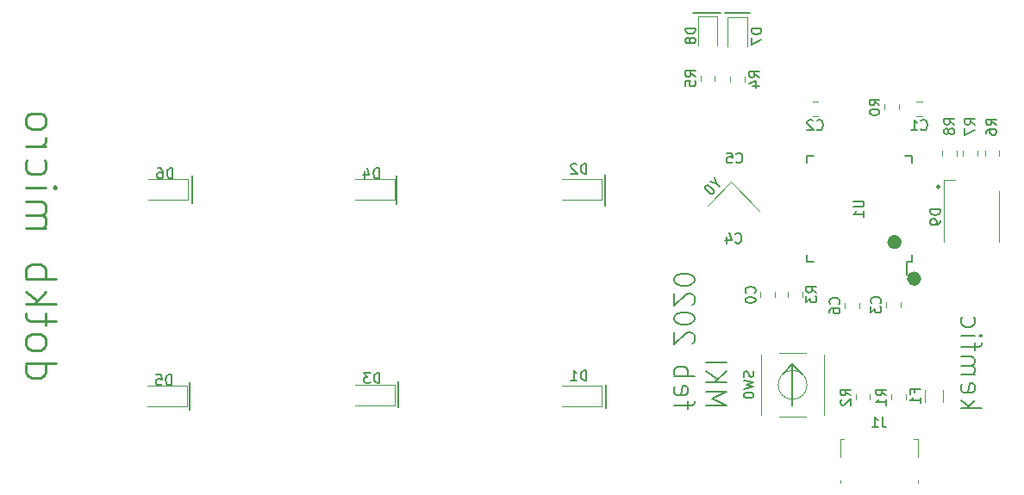
<source format=gbr>
G04 #@! TF.GenerationSoftware,KiCad,Pcbnew,5.1.5-52549c5~84~ubuntu18.04.1*
G04 #@! TF.CreationDate,2020-02-23T16:11:41-08:00*
G04 #@! TF.ProjectId,dotkb_micro,646f746b-625f-46d6-9963-726f2e6b6963,rev?*
G04 #@! TF.SameCoordinates,Original*
G04 #@! TF.FileFunction,Legend,Bot*
G04 #@! TF.FilePolarity,Positive*
%FSLAX46Y46*%
G04 Gerber Fmt 4.6, Leading zero omitted, Abs format (unit mm)*
G04 Created by KiCad (PCBNEW 5.1.5-52549c5~84~ubuntu18.04.1) date 2020-02-23 16:11:41*
%MOMM*%
%LPD*%
G04 APERTURE LIST*
%ADD10C,0.250000*%
%ADD11C,0.150000*%
%ADD12C,1.000000*%
%ADD13C,0.120000*%
G04 APERTURE END LIST*
D10*
X57418457Y-104568300D02*
X60418457Y-104568300D01*
X57561314Y-104568300D02*
X57418457Y-104854014D01*
X57418457Y-105425442D01*
X57561314Y-105711157D01*
X57704171Y-105854014D01*
X57989885Y-105996871D01*
X58847028Y-105996871D01*
X59132742Y-105854014D01*
X59275600Y-105711157D01*
X59418457Y-105425442D01*
X59418457Y-104854014D01*
X59275600Y-104568300D01*
X57418457Y-102711157D02*
X57561314Y-102996871D01*
X57704171Y-103139728D01*
X57989885Y-103282585D01*
X58847028Y-103282585D01*
X59132742Y-103139728D01*
X59275600Y-102996871D01*
X59418457Y-102711157D01*
X59418457Y-102282585D01*
X59275600Y-101996871D01*
X59132742Y-101854014D01*
X58847028Y-101711157D01*
X57989885Y-101711157D01*
X57704171Y-101854014D01*
X57561314Y-101996871D01*
X57418457Y-102282585D01*
X57418457Y-102711157D01*
X59418457Y-100854014D02*
X59418457Y-99711157D01*
X60418457Y-100425442D02*
X57847028Y-100425442D01*
X57561314Y-100282585D01*
X57418457Y-99996871D01*
X57418457Y-99711157D01*
X57418457Y-98711157D02*
X60418457Y-98711157D01*
X58561314Y-98425442D02*
X57418457Y-97568300D01*
X59418457Y-97568300D02*
X58275600Y-98711157D01*
X57418457Y-96282585D02*
X60418457Y-96282585D01*
X59275600Y-96282585D02*
X59418457Y-95996871D01*
X59418457Y-95425442D01*
X59275600Y-95139728D01*
X59132742Y-94996871D01*
X58847028Y-94854014D01*
X57989885Y-94854014D01*
X57704171Y-94996871D01*
X57561314Y-95139728D01*
X57418457Y-95425442D01*
X57418457Y-95996871D01*
X57561314Y-96282585D01*
X57418457Y-91282585D02*
X59418457Y-91282585D01*
X59132742Y-91282585D02*
X59275600Y-91139728D01*
X59418457Y-90854014D01*
X59418457Y-90425442D01*
X59275600Y-90139728D01*
X58989885Y-89996871D01*
X57418457Y-89996871D01*
X58989885Y-89996871D02*
X59275600Y-89854014D01*
X59418457Y-89568300D01*
X59418457Y-89139728D01*
X59275600Y-88854014D01*
X58989885Y-88711157D01*
X57418457Y-88711157D01*
X57418457Y-87282585D02*
X59418457Y-87282585D01*
X60418457Y-87282585D02*
X60275600Y-87425442D01*
X60132742Y-87282585D01*
X60275600Y-87139728D01*
X60418457Y-87282585D01*
X60132742Y-87282585D01*
X57561314Y-84568300D02*
X57418457Y-84854014D01*
X57418457Y-85425442D01*
X57561314Y-85711157D01*
X57704171Y-85854014D01*
X57989885Y-85996871D01*
X58847028Y-85996871D01*
X59132742Y-85854014D01*
X59275600Y-85711157D01*
X59418457Y-85425442D01*
X59418457Y-84854014D01*
X59275600Y-84568300D01*
X57418457Y-83282585D02*
X59418457Y-83282585D01*
X58847028Y-83282585D02*
X59132742Y-83139728D01*
X59275600Y-82996871D01*
X59418457Y-82711157D01*
X59418457Y-82425442D01*
X57418457Y-80996871D02*
X57561314Y-81282585D01*
X57704171Y-81425442D01*
X57989885Y-81568300D01*
X58847028Y-81568300D01*
X59132742Y-81425442D01*
X59275600Y-81282585D01*
X59418457Y-80996871D01*
X59418457Y-80568300D01*
X59275600Y-80282585D01*
X59132742Y-80139728D01*
X58847028Y-79996871D01*
X57989885Y-79996871D01*
X57704171Y-80139728D01*
X57561314Y-80282585D01*
X57418457Y-80568300D01*
X57418457Y-80996871D01*
D11*
X124266638Y-108747909D02*
X126266638Y-108747909D01*
X124838066Y-108081242D01*
X126266638Y-107414576D01*
X124266638Y-107414576D01*
X124266638Y-106462195D02*
X126266638Y-106462195D01*
X124266638Y-105319338D02*
X125409495Y-106176480D01*
X126266638Y-105319338D02*
X125123780Y-106462195D01*
X124266638Y-104462195D02*
X126266638Y-104462195D01*
X122449971Y-109033623D02*
X122449971Y-108271719D01*
X121116638Y-108747909D02*
X122830923Y-108747909D01*
X123021400Y-108652671D01*
X123116638Y-108462195D01*
X123116638Y-108271719D01*
X121211876Y-106843147D02*
X121116638Y-107033623D01*
X121116638Y-107414576D01*
X121211876Y-107605052D01*
X121402352Y-107700290D01*
X122164257Y-107700290D01*
X122354733Y-107605052D01*
X122449971Y-107414576D01*
X122449971Y-107033623D01*
X122354733Y-106843147D01*
X122164257Y-106747909D01*
X121973780Y-106747909D01*
X121783304Y-107700290D01*
X121116638Y-105890766D02*
X123116638Y-105890766D01*
X122354733Y-105890766D02*
X122449971Y-105700290D01*
X122449971Y-105319338D01*
X122354733Y-105128861D01*
X122259495Y-105033623D01*
X122069019Y-104938385D01*
X121497590Y-104938385D01*
X121307114Y-105033623D01*
X121211876Y-105128861D01*
X121116638Y-105319338D01*
X121116638Y-105700290D01*
X121211876Y-105890766D01*
X122926161Y-102652671D02*
X123021400Y-102557433D01*
X123116638Y-102366957D01*
X123116638Y-101890766D01*
X123021400Y-101700290D01*
X122926161Y-101605052D01*
X122735685Y-101509814D01*
X122545209Y-101509814D01*
X122259495Y-101605052D01*
X121116638Y-102747909D01*
X121116638Y-101509814D01*
X123116638Y-100271719D02*
X123116638Y-100081242D01*
X123021400Y-99890766D01*
X122926161Y-99795528D01*
X122735685Y-99700290D01*
X122354733Y-99605052D01*
X121878542Y-99605052D01*
X121497590Y-99700290D01*
X121307114Y-99795528D01*
X121211876Y-99890766D01*
X121116638Y-100081242D01*
X121116638Y-100271719D01*
X121211876Y-100462195D01*
X121307114Y-100557433D01*
X121497590Y-100652671D01*
X121878542Y-100747909D01*
X122354733Y-100747909D01*
X122735685Y-100652671D01*
X122926161Y-100557433D01*
X123021400Y-100462195D01*
X123116638Y-100271719D01*
X122926161Y-98843147D02*
X123021400Y-98747909D01*
X123116638Y-98557433D01*
X123116638Y-98081242D01*
X123021400Y-97890766D01*
X122926161Y-97795528D01*
X122735685Y-97700290D01*
X122545209Y-97700290D01*
X122259495Y-97795528D01*
X121116638Y-98938385D01*
X121116638Y-97700290D01*
X123116638Y-96462195D02*
X123116638Y-96271719D01*
X123021400Y-96081242D01*
X122926161Y-95986004D01*
X122735685Y-95890766D01*
X122354733Y-95795528D01*
X121878542Y-95795528D01*
X121497590Y-95890766D01*
X121307114Y-95986004D01*
X121211876Y-96081242D01*
X121116638Y-96271719D01*
X121116638Y-96462195D01*
X121211876Y-96652671D01*
X121307114Y-96747909D01*
X121497590Y-96843147D01*
X121878542Y-96938385D01*
X122354733Y-96938385D01*
X122735685Y-96843147D01*
X122926161Y-96747909D01*
X123021400Y-96652671D01*
X123116638Y-96462195D01*
X149310838Y-108998833D02*
X151310838Y-108998833D01*
X150072742Y-108808357D02*
X149310838Y-108236928D01*
X150644171Y-108236928D02*
X149882266Y-108998833D01*
X149406076Y-106617880D02*
X149310838Y-106808357D01*
X149310838Y-107189309D01*
X149406076Y-107379785D01*
X149596552Y-107475023D01*
X150358457Y-107475023D01*
X150548933Y-107379785D01*
X150644171Y-107189309D01*
X150644171Y-106808357D01*
X150548933Y-106617880D01*
X150358457Y-106522642D01*
X150167980Y-106522642D01*
X149977504Y-107475023D01*
X149310838Y-105665500D02*
X150644171Y-105665500D01*
X150453695Y-105665500D02*
X150548933Y-105570261D01*
X150644171Y-105379785D01*
X150644171Y-105094071D01*
X150548933Y-104903595D01*
X150358457Y-104808357D01*
X149310838Y-104808357D01*
X150358457Y-104808357D02*
X150548933Y-104713119D01*
X150644171Y-104522642D01*
X150644171Y-104236928D01*
X150548933Y-104046452D01*
X150358457Y-103951214D01*
X149310838Y-103951214D01*
X150644171Y-103284547D02*
X150644171Y-102522642D01*
X149310838Y-102998833D02*
X151025123Y-102998833D01*
X151215600Y-102903595D01*
X151310838Y-102713119D01*
X151310838Y-102522642D01*
X149310838Y-101855976D02*
X150644171Y-101855976D01*
X151310838Y-101855976D02*
X151215600Y-101951214D01*
X151120361Y-101855976D01*
X151215600Y-101760738D01*
X151310838Y-101855976D01*
X151120361Y-101855976D01*
X149406076Y-100046452D02*
X149310838Y-100236928D01*
X149310838Y-100617880D01*
X149406076Y-100808357D01*
X149501314Y-100903595D01*
X149691790Y-100998833D01*
X150263219Y-100998833D01*
X150453695Y-100903595D01*
X150548933Y-100808357D01*
X150644171Y-100617880D01*
X150644171Y-100236928D01*
X150548933Y-100046452D01*
X132740400Y-104698800D02*
X131826000Y-105613200D01*
X132740400Y-104698800D02*
X133756400Y-105714800D01*
X132740400Y-108712000D02*
X132740400Y-104698800D01*
X126085600Y-70104000D02*
X128574800Y-70104000D01*
X122986800Y-70104000D02*
X125679200Y-70104000D01*
X114300000Y-86055200D02*
X114300000Y-89052400D01*
X93878400Y-86156800D02*
X93878400Y-88950800D01*
X73812400Y-86106000D02*
X73812400Y-88849200D01*
X73507600Y-106426000D02*
X73507600Y-109118400D01*
X93980000Y-106375200D02*
X93980000Y-108864400D01*
X114401600Y-106680000D02*
X114401600Y-108966000D01*
X147226644Y-87223600D02*
G75*
G03X147226644Y-87223600I-160644J0D01*
G01*
D12*
X142951200Y-92659200D02*
G75*
G03X142951200Y-92659200I-200000J0D01*
G01*
X144878400Y-96266000D02*
G75*
G03X144878400Y-96266000I-200000J0D01*
G01*
D13*
X140359200Y-107668322D02*
X140359200Y-108185478D01*
X138939200Y-107668322D02*
X138939200Y-108185478D01*
X143864400Y-107668322D02*
X143864400Y-108185478D01*
X142444400Y-107668322D02*
X142444400Y-108185478D01*
X147617200Y-86582400D02*
X147617200Y-92682400D01*
X148717200Y-86582400D02*
X147617200Y-86582400D01*
X153017200Y-92682400D02*
X153017200Y-87682400D01*
X147422800Y-84207878D02*
X147422800Y-83690722D01*
X148842800Y-84207878D02*
X148842800Y-83690722D01*
X149505600Y-84207878D02*
X149505600Y-83690722D01*
X150925600Y-84207878D02*
X150925600Y-83690722D01*
X151639200Y-84207878D02*
X151639200Y-83690722D01*
X153059200Y-84207878D02*
X153059200Y-83690722D01*
X125119200Y-76320122D02*
X125119200Y-76837278D01*
X123699200Y-76320122D02*
X123699200Y-76837278D01*
X128065600Y-76370922D02*
X128065600Y-76888078D01*
X126645600Y-76370922D02*
X126645600Y-76888078D01*
X125369200Y-70488200D02*
X125369200Y-73348200D01*
X123449200Y-70488200D02*
X125369200Y-70488200D01*
X123449200Y-73348200D02*
X123449200Y-70488200D01*
X128315600Y-70539000D02*
X128315600Y-73399000D01*
X126395600Y-70539000D02*
X128315600Y-70539000D01*
X126395600Y-73399000D02*
X126395600Y-70539000D01*
X131024700Y-97592622D02*
X131024700Y-98109778D01*
X129604700Y-97592622D02*
X129604700Y-98109778D01*
X144938222Y-80262800D02*
X145455378Y-80262800D01*
X144938222Y-78842800D02*
X145455378Y-78842800D01*
X134706622Y-80262800D02*
X135223778Y-80262800D01*
X134706622Y-78842800D02*
X135223778Y-78842800D01*
X141923700Y-98583222D02*
X141923700Y-99100378D01*
X143343700Y-98583222D02*
X143343700Y-99100378D01*
X139279700Y-98661722D02*
X139279700Y-99178878D01*
X137859700Y-98661722D02*
X137859700Y-99178878D01*
X114010000Y-106823000D02*
X110110000Y-106823000D01*
X114010000Y-108823000D02*
X110110000Y-108823000D01*
X114010000Y-106823000D02*
X114010000Y-108823000D01*
X114009000Y-86503000D02*
X114009000Y-88503000D01*
X114009000Y-88503000D02*
X110109000Y-88503000D01*
X114009000Y-86503000D02*
X110109000Y-86503000D01*
X93690000Y-106696000D02*
X93690000Y-108696000D01*
X93690000Y-108696000D02*
X89790000Y-108696000D01*
X93690000Y-106696000D02*
X89790000Y-106696000D01*
X93689000Y-86503000D02*
X89789000Y-86503000D01*
X93689000Y-88503000D02*
X89789000Y-88503000D01*
X93689000Y-86503000D02*
X93689000Y-88503000D01*
X73244000Y-106823000D02*
X73244000Y-108823000D01*
X73244000Y-108823000D02*
X69344000Y-108823000D01*
X73244000Y-106823000D02*
X69344000Y-106823000D01*
X73371000Y-86503000D02*
X69471000Y-86503000D01*
X73371000Y-88503000D02*
X69471000Y-88503000D01*
X73371000Y-86503000D02*
X73371000Y-88503000D01*
X145736900Y-107192536D02*
X145736900Y-108396664D01*
X147556900Y-107192536D02*
X147556900Y-108396664D01*
X137419700Y-112012300D02*
X137799700Y-112012300D01*
X137419700Y-116062300D02*
X137419700Y-116322300D01*
X137419700Y-112012300D02*
X137419700Y-113782300D01*
X145039700Y-112012300D02*
X144659700Y-112012300D01*
X145039700Y-113782300D02*
X145039700Y-112012300D01*
X145039700Y-116322300D02*
X145039700Y-116062300D01*
X141784000Y-79118722D02*
X141784000Y-79635878D01*
X143204000Y-79118722D02*
X143204000Y-79635878D01*
X132284400Y-98071678D02*
X132284400Y-97554522D01*
X133704400Y-98071678D02*
X133704400Y-97554522D01*
X134165214Y-106706600D02*
G75*
G03X134165214Y-106706600I-1414214J0D01*
G01*
X129631000Y-109676600D02*
X129631000Y-103736600D01*
X135871000Y-109676600D02*
X135871000Y-103736600D01*
X131411000Y-109826600D02*
X134091000Y-109826600D01*
X134091000Y-103586600D02*
X131411000Y-103586600D01*
D11*
X144506700Y-94570300D02*
X143931700Y-94570300D01*
X144506700Y-84220300D02*
X143831700Y-84220300D01*
X134156700Y-84220300D02*
X134831700Y-84220300D01*
X134156700Y-94570300D02*
X134831700Y-94570300D01*
X144506700Y-94570300D02*
X144506700Y-93895300D01*
X134156700Y-94570300D02*
X134156700Y-93895300D01*
X134156700Y-84220300D02*
X134156700Y-84895300D01*
X144506700Y-84220300D02*
X144506700Y-84895300D01*
X143931700Y-94570300D02*
X143931700Y-95845300D01*
D13*
X124368260Y-89098036D02*
X126701713Y-86764583D01*
X126701713Y-86764583D02*
X129530140Y-89593010D01*
D11*
X127217466Y-84802742D02*
X127265085Y-84850361D01*
X127407942Y-84897980D01*
X127503180Y-84897980D01*
X127646038Y-84850361D01*
X127741276Y-84755123D01*
X127788895Y-84659885D01*
X127836514Y-84469409D01*
X127836514Y-84326552D01*
X127788895Y-84136076D01*
X127741276Y-84040838D01*
X127646038Y-83945600D01*
X127503180Y-83897980D01*
X127407942Y-83897980D01*
X127265085Y-83945600D01*
X127217466Y-83993219D01*
X126312704Y-83897980D02*
X126788895Y-83897980D01*
X126836514Y-84374171D01*
X126788895Y-84326552D01*
X126693657Y-84278933D01*
X126455561Y-84278933D01*
X126360323Y-84326552D01*
X126312704Y-84374171D01*
X126265085Y-84469409D01*
X126265085Y-84707504D01*
X126312704Y-84802742D01*
X126360323Y-84850361D01*
X126455561Y-84897980D01*
X126693657Y-84897980D01*
X126788895Y-84850361D01*
X126836514Y-84802742D01*
X127131106Y-92691982D02*
X127178725Y-92739601D01*
X127321582Y-92787220D01*
X127416820Y-92787220D01*
X127559678Y-92739601D01*
X127654916Y-92644363D01*
X127702535Y-92549125D01*
X127750154Y-92358649D01*
X127750154Y-92215792D01*
X127702535Y-92025316D01*
X127654916Y-91930078D01*
X127559678Y-91834840D01*
X127416820Y-91787220D01*
X127321582Y-91787220D01*
X127178725Y-91834840D01*
X127131106Y-91882459D01*
X126273963Y-92120554D02*
X126273963Y-92787220D01*
X126512059Y-91739601D02*
X126750154Y-92453887D01*
X126131106Y-92453887D01*
X138451580Y-107760233D02*
X137975390Y-107426900D01*
X138451580Y-107188804D02*
X137451580Y-107188804D01*
X137451580Y-107569757D01*
X137499200Y-107664995D01*
X137546819Y-107712614D01*
X137642057Y-107760233D01*
X137784914Y-107760233D01*
X137880152Y-107712614D01*
X137927771Y-107664995D01*
X137975390Y-107569757D01*
X137975390Y-107188804D01*
X137546819Y-108141185D02*
X137499200Y-108188804D01*
X137451580Y-108284042D01*
X137451580Y-108522138D01*
X137499200Y-108617376D01*
X137546819Y-108664995D01*
X137642057Y-108712614D01*
X137737295Y-108712614D01*
X137880152Y-108664995D01*
X138451580Y-108093566D01*
X138451580Y-108712614D01*
X141956780Y-107760233D02*
X141480590Y-107426900D01*
X141956780Y-107188804D02*
X140956780Y-107188804D01*
X140956780Y-107569757D01*
X141004400Y-107664995D01*
X141052019Y-107712614D01*
X141147257Y-107760233D01*
X141290114Y-107760233D01*
X141385352Y-107712614D01*
X141432971Y-107664995D01*
X141480590Y-107569757D01*
X141480590Y-107188804D01*
X141956780Y-108712614D02*
X141956780Y-108141185D01*
X141956780Y-108426900D02*
X140956780Y-108426900D01*
X141099638Y-108331661D01*
X141194876Y-108236423D01*
X141242495Y-108141185D01*
X147269580Y-89444304D02*
X146269580Y-89444304D01*
X146269580Y-89682400D01*
X146317200Y-89825257D01*
X146412438Y-89920495D01*
X146507676Y-89968114D01*
X146698152Y-90015733D01*
X146841009Y-90015733D01*
X147031485Y-89968114D01*
X147126723Y-89920495D01*
X147221961Y-89825257D01*
X147269580Y-89682400D01*
X147269580Y-89444304D01*
X147269580Y-90491923D02*
X147269580Y-90682400D01*
X147221961Y-90777638D01*
X147174342Y-90825257D01*
X147031485Y-90920495D01*
X146841009Y-90968114D01*
X146460057Y-90968114D01*
X146364819Y-90920495D01*
X146317200Y-90872876D01*
X146269580Y-90777638D01*
X146269580Y-90587161D01*
X146317200Y-90491923D01*
X146364819Y-90444304D01*
X146460057Y-90396685D01*
X146698152Y-90396685D01*
X146793390Y-90444304D01*
X146841009Y-90491923D01*
X146888628Y-90587161D01*
X146888628Y-90777638D01*
X146841009Y-90872876D01*
X146793390Y-90920495D01*
X146698152Y-90968114D01*
X148635980Y-81113333D02*
X148159790Y-80780000D01*
X148635980Y-80541904D02*
X147635980Y-80541904D01*
X147635980Y-80922857D01*
X147683600Y-81018095D01*
X147731219Y-81065714D01*
X147826457Y-81113333D01*
X147969314Y-81113333D01*
X148064552Y-81065714D01*
X148112171Y-81018095D01*
X148159790Y-80922857D01*
X148159790Y-80541904D01*
X148064552Y-81684761D02*
X148016933Y-81589523D01*
X147969314Y-81541904D01*
X147874076Y-81494285D01*
X147826457Y-81494285D01*
X147731219Y-81541904D01*
X147683600Y-81589523D01*
X147635980Y-81684761D01*
X147635980Y-81875238D01*
X147683600Y-81970476D01*
X147731219Y-82018095D01*
X147826457Y-82065714D01*
X147874076Y-82065714D01*
X147969314Y-82018095D01*
X148016933Y-81970476D01*
X148064552Y-81875238D01*
X148064552Y-81684761D01*
X148112171Y-81589523D01*
X148159790Y-81541904D01*
X148255028Y-81494285D01*
X148445504Y-81494285D01*
X148540742Y-81541904D01*
X148588361Y-81589523D01*
X148635980Y-81684761D01*
X148635980Y-81875238D01*
X148588361Y-81970476D01*
X148540742Y-82018095D01*
X148445504Y-82065714D01*
X148255028Y-82065714D01*
X148159790Y-82018095D01*
X148112171Y-81970476D01*
X148064552Y-81875238D01*
X150667980Y-81113333D02*
X150191790Y-80780000D01*
X150667980Y-80541904D02*
X149667980Y-80541904D01*
X149667980Y-80922857D01*
X149715600Y-81018095D01*
X149763219Y-81065714D01*
X149858457Y-81113333D01*
X150001314Y-81113333D01*
X150096552Y-81065714D01*
X150144171Y-81018095D01*
X150191790Y-80922857D01*
X150191790Y-80541904D01*
X149667980Y-81446666D02*
X149667980Y-82113333D01*
X150667980Y-81684761D01*
X152750780Y-81164133D02*
X152274590Y-80830800D01*
X152750780Y-80592704D02*
X151750780Y-80592704D01*
X151750780Y-80973657D01*
X151798400Y-81068895D01*
X151846019Y-81116514D01*
X151941257Y-81164133D01*
X152084114Y-81164133D01*
X152179352Y-81116514D01*
X152226971Y-81068895D01*
X152274590Y-80973657D01*
X152274590Y-80592704D01*
X151750780Y-82021276D02*
X151750780Y-81830800D01*
X151798400Y-81735561D01*
X151846019Y-81687942D01*
X151988876Y-81592704D01*
X152179352Y-81545085D01*
X152560304Y-81545085D01*
X152655542Y-81592704D01*
X152703161Y-81640323D01*
X152750780Y-81735561D01*
X152750780Y-81926038D01*
X152703161Y-82021276D01*
X152655542Y-82068895D01*
X152560304Y-82116514D01*
X152322209Y-82116514D01*
X152226971Y-82068895D01*
X152179352Y-82021276D01*
X152131733Y-81926038D01*
X152131733Y-81735561D01*
X152179352Y-81640323D01*
X152226971Y-81592704D01*
X152322209Y-81545085D01*
X123211580Y-76412033D02*
X122735390Y-76078700D01*
X123211580Y-75840604D02*
X122211580Y-75840604D01*
X122211580Y-76221557D01*
X122259200Y-76316795D01*
X122306819Y-76364414D01*
X122402057Y-76412033D01*
X122544914Y-76412033D01*
X122640152Y-76364414D01*
X122687771Y-76316795D01*
X122735390Y-76221557D01*
X122735390Y-75840604D01*
X122211580Y-77316795D02*
X122211580Y-76840604D01*
X122687771Y-76792985D01*
X122640152Y-76840604D01*
X122592533Y-76935842D01*
X122592533Y-77173938D01*
X122640152Y-77269176D01*
X122687771Y-77316795D01*
X122783009Y-77364414D01*
X123021104Y-77364414D01*
X123116342Y-77316795D01*
X123163961Y-77269176D01*
X123211580Y-77173938D01*
X123211580Y-76935842D01*
X123163961Y-76840604D01*
X123116342Y-76792985D01*
X129484380Y-76462833D02*
X129008190Y-76129500D01*
X129484380Y-75891404D02*
X128484380Y-75891404D01*
X128484380Y-76272357D01*
X128532000Y-76367595D01*
X128579619Y-76415214D01*
X128674857Y-76462833D01*
X128817714Y-76462833D01*
X128912952Y-76415214D01*
X128960571Y-76367595D01*
X129008190Y-76272357D01*
X129008190Y-75891404D01*
X128817714Y-77319976D02*
X129484380Y-77319976D01*
X128436761Y-77081880D02*
X129151047Y-76843785D01*
X129151047Y-77462833D01*
X123211580Y-71610104D02*
X122211580Y-71610104D01*
X122211580Y-71848200D01*
X122259200Y-71991057D01*
X122354438Y-72086295D01*
X122449676Y-72133914D01*
X122640152Y-72181533D01*
X122783009Y-72181533D01*
X122973485Y-72133914D01*
X123068723Y-72086295D01*
X123163961Y-71991057D01*
X123211580Y-71848200D01*
X123211580Y-71610104D01*
X122640152Y-72752961D02*
X122592533Y-72657723D01*
X122544914Y-72610104D01*
X122449676Y-72562485D01*
X122402057Y-72562485D01*
X122306819Y-72610104D01*
X122259200Y-72657723D01*
X122211580Y-72752961D01*
X122211580Y-72943438D01*
X122259200Y-73038676D01*
X122306819Y-73086295D01*
X122402057Y-73133914D01*
X122449676Y-73133914D01*
X122544914Y-73086295D01*
X122592533Y-73038676D01*
X122640152Y-72943438D01*
X122640152Y-72752961D01*
X122687771Y-72657723D01*
X122735390Y-72610104D01*
X122830628Y-72562485D01*
X123021104Y-72562485D01*
X123116342Y-72610104D01*
X123163961Y-72657723D01*
X123211580Y-72752961D01*
X123211580Y-72943438D01*
X123163961Y-73038676D01*
X123116342Y-73086295D01*
X123021104Y-73133914D01*
X122830628Y-73133914D01*
X122735390Y-73086295D01*
X122687771Y-73038676D01*
X122640152Y-72943438D01*
X129687580Y-71651904D02*
X128687580Y-71651904D01*
X128687580Y-71890000D01*
X128735200Y-72032857D01*
X128830438Y-72128095D01*
X128925676Y-72175714D01*
X129116152Y-72223333D01*
X129259009Y-72223333D01*
X129449485Y-72175714D01*
X129544723Y-72128095D01*
X129639961Y-72032857D01*
X129687580Y-71890000D01*
X129687580Y-71651904D01*
X128687580Y-72556666D02*
X128687580Y-73223333D01*
X129687580Y-72794761D01*
X129021842Y-97684533D02*
X129069461Y-97636914D01*
X129117080Y-97494057D01*
X129117080Y-97398819D01*
X129069461Y-97255961D01*
X128974223Y-97160723D01*
X128878985Y-97113104D01*
X128688509Y-97065485D01*
X128545652Y-97065485D01*
X128355176Y-97113104D01*
X128259938Y-97160723D01*
X128164700Y-97255961D01*
X128117080Y-97398819D01*
X128117080Y-97494057D01*
X128164700Y-97636914D01*
X128212319Y-97684533D01*
X128117080Y-98303580D02*
X128117080Y-98398819D01*
X128164700Y-98494057D01*
X128212319Y-98541676D01*
X128307557Y-98589295D01*
X128498033Y-98636914D01*
X128736128Y-98636914D01*
X128926604Y-98589295D01*
X129021842Y-98541676D01*
X129069461Y-98494057D01*
X129117080Y-98398819D01*
X129117080Y-98303580D01*
X129069461Y-98208342D01*
X129021842Y-98160723D01*
X128926604Y-98113104D01*
X128736128Y-98065485D01*
X128498033Y-98065485D01*
X128307557Y-98113104D01*
X128212319Y-98160723D01*
X128164700Y-98208342D01*
X128117080Y-98303580D01*
X145363466Y-81559942D02*
X145411085Y-81607561D01*
X145553942Y-81655180D01*
X145649180Y-81655180D01*
X145792038Y-81607561D01*
X145887276Y-81512323D01*
X145934895Y-81417085D01*
X145982514Y-81226609D01*
X145982514Y-81083752D01*
X145934895Y-80893276D01*
X145887276Y-80798038D01*
X145792038Y-80702800D01*
X145649180Y-80655180D01*
X145553942Y-80655180D01*
X145411085Y-80702800D01*
X145363466Y-80750419D01*
X144411085Y-81655180D02*
X144982514Y-81655180D01*
X144696800Y-81655180D02*
X144696800Y-80655180D01*
X144792038Y-80798038D01*
X144887276Y-80893276D01*
X144982514Y-80940895D01*
X135131866Y-81559942D02*
X135179485Y-81607561D01*
X135322342Y-81655180D01*
X135417580Y-81655180D01*
X135560438Y-81607561D01*
X135655676Y-81512323D01*
X135703295Y-81417085D01*
X135750914Y-81226609D01*
X135750914Y-81083752D01*
X135703295Y-80893276D01*
X135655676Y-80798038D01*
X135560438Y-80702800D01*
X135417580Y-80655180D01*
X135322342Y-80655180D01*
X135179485Y-80702800D01*
X135131866Y-80750419D01*
X134750914Y-80750419D02*
X134703295Y-80702800D01*
X134608057Y-80655180D01*
X134369961Y-80655180D01*
X134274723Y-80702800D01*
X134227104Y-80750419D01*
X134179485Y-80845657D01*
X134179485Y-80940895D01*
X134227104Y-81083752D01*
X134798533Y-81655180D01*
X134179485Y-81655180D01*
X141340842Y-98675133D02*
X141388461Y-98627514D01*
X141436080Y-98484657D01*
X141436080Y-98389419D01*
X141388461Y-98246561D01*
X141293223Y-98151323D01*
X141197985Y-98103704D01*
X141007509Y-98056085D01*
X140864652Y-98056085D01*
X140674176Y-98103704D01*
X140578938Y-98151323D01*
X140483700Y-98246561D01*
X140436080Y-98389419D01*
X140436080Y-98484657D01*
X140483700Y-98627514D01*
X140531319Y-98675133D01*
X140436080Y-99008466D02*
X140436080Y-99627514D01*
X140817033Y-99294180D01*
X140817033Y-99437038D01*
X140864652Y-99532276D01*
X140912271Y-99579895D01*
X141007509Y-99627514D01*
X141245604Y-99627514D01*
X141340842Y-99579895D01*
X141388461Y-99532276D01*
X141436080Y-99437038D01*
X141436080Y-99151323D01*
X141388461Y-99056085D01*
X141340842Y-99008466D01*
X137276842Y-98753633D02*
X137324461Y-98706014D01*
X137372080Y-98563157D01*
X137372080Y-98467919D01*
X137324461Y-98325061D01*
X137229223Y-98229823D01*
X137133985Y-98182204D01*
X136943509Y-98134585D01*
X136800652Y-98134585D01*
X136610176Y-98182204D01*
X136514938Y-98229823D01*
X136419700Y-98325061D01*
X136372080Y-98467919D01*
X136372080Y-98563157D01*
X136419700Y-98706014D01*
X136467319Y-98753633D01*
X136372080Y-99610776D02*
X136372080Y-99420300D01*
X136419700Y-99325061D01*
X136467319Y-99277442D01*
X136610176Y-99182204D01*
X136800652Y-99134585D01*
X137181604Y-99134585D01*
X137276842Y-99182204D01*
X137324461Y-99229823D01*
X137372080Y-99325061D01*
X137372080Y-99515538D01*
X137324461Y-99610776D01*
X137276842Y-99658395D01*
X137181604Y-99706014D01*
X136943509Y-99706014D01*
X136848271Y-99658395D01*
X136800652Y-99610776D01*
X136753033Y-99515538D01*
X136753033Y-99325061D01*
X136800652Y-99229823D01*
X136848271Y-99182204D01*
X136943509Y-99134585D01*
X112498095Y-106275380D02*
X112498095Y-105275380D01*
X112260000Y-105275380D01*
X112117142Y-105323000D01*
X112021904Y-105418238D01*
X111974285Y-105513476D01*
X111926666Y-105703952D01*
X111926666Y-105846809D01*
X111974285Y-106037285D01*
X112021904Y-106132523D01*
X112117142Y-106227761D01*
X112260000Y-106275380D01*
X112498095Y-106275380D01*
X110974285Y-106275380D02*
X111545714Y-106275380D01*
X111260000Y-106275380D02*
X111260000Y-105275380D01*
X111355238Y-105418238D01*
X111450476Y-105513476D01*
X111545714Y-105561095D01*
X112497095Y-85955380D02*
X112497095Y-84955380D01*
X112259000Y-84955380D01*
X112116142Y-85003000D01*
X112020904Y-85098238D01*
X111973285Y-85193476D01*
X111925666Y-85383952D01*
X111925666Y-85526809D01*
X111973285Y-85717285D01*
X112020904Y-85812523D01*
X112116142Y-85907761D01*
X112259000Y-85955380D01*
X112497095Y-85955380D01*
X111544714Y-85050619D02*
X111497095Y-85003000D01*
X111401857Y-84955380D01*
X111163761Y-84955380D01*
X111068523Y-85003000D01*
X111020904Y-85050619D01*
X110973285Y-85145857D01*
X110973285Y-85241095D01*
X111020904Y-85383952D01*
X111592333Y-85955380D01*
X110973285Y-85955380D01*
X92178095Y-106522780D02*
X92178095Y-105522780D01*
X91940000Y-105522780D01*
X91797142Y-105570400D01*
X91701904Y-105665638D01*
X91654285Y-105760876D01*
X91606666Y-105951352D01*
X91606666Y-106094209D01*
X91654285Y-106284685D01*
X91701904Y-106379923D01*
X91797142Y-106475161D01*
X91940000Y-106522780D01*
X92178095Y-106522780D01*
X91273333Y-105522780D02*
X90654285Y-105522780D01*
X90987619Y-105903733D01*
X90844761Y-105903733D01*
X90749523Y-105951352D01*
X90701904Y-105998971D01*
X90654285Y-106094209D01*
X90654285Y-106332304D01*
X90701904Y-106427542D01*
X90749523Y-106475161D01*
X90844761Y-106522780D01*
X91130476Y-106522780D01*
X91225714Y-106475161D01*
X91273333Y-106427542D01*
X92127295Y-86405980D02*
X92127295Y-85405980D01*
X91889200Y-85405980D01*
X91746342Y-85453600D01*
X91651104Y-85548838D01*
X91603485Y-85644076D01*
X91555866Y-85834552D01*
X91555866Y-85977409D01*
X91603485Y-86167885D01*
X91651104Y-86263123D01*
X91746342Y-86358361D01*
X91889200Y-86405980D01*
X92127295Y-86405980D01*
X90698723Y-85739314D02*
X90698723Y-86405980D01*
X90936819Y-85358361D02*
X91174914Y-86072647D01*
X90555866Y-86072647D01*
X71732095Y-106725980D02*
X71732095Y-105725980D01*
X71494000Y-105725980D01*
X71351142Y-105773600D01*
X71255904Y-105868838D01*
X71208285Y-105964076D01*
X71160666Y-106154552D01*
X71160666Y-106297409D01*
X71208285Y-106487885D01*
X71255904Y-106583123D01*
X71351142Y-106678361D01*
X71494000Y-106725980D01*
X71732095Y-106725980D01*
X70255904Y-105725980D02*
X70732095Y-105725980D01*
X70779714Y-106202171D01*
X70732095Y-106154552D01*
X70636857Y-106106933D01*
X70398761Y-106106933D01*
X70303523Y-106154552D01*
X70255904Y-106202171D01*
X70208285Y-106297409D01*
X70208285Y-106535504D01*
X70255904Y-106630742D01*
X70303523Y-106678361D01*
X70398761Y-106725980D01*
X70636857Y-106725980D01*
X70732095Y-106678361D01*
X70779714Y-106630742D01*
X71858095Y-86405980D02*
X71858095Y-85405980D01*
X71620000Y-85405980D01*
X71477142Y-85453600D01*
X71381904Y-85548838D01*
X71334285Y-85644076D01*
X71286666Y-85834552D01*
X71286666Y-85977409D01*
X71334285Y-86167885D01*
X71381904Y-86263123D01*
X71477142Y-86358361D01*
X71620000Y-86405980D01*
X71858095Y-86405980D01*
X70429523Y-85405980D02*
X70620000Y-85405980D01*
X70715238Y-85453600D01*
X70762857Y-85501219D01*
X70858095Y-85644076D01*
X70905714Y-85834552D01*
X70905714Y-86215504D01*
X70858095Y-86310742D01*
X70810476Y-86358361D01*
X70715238Y-86405980D01*
X70524761Y-86405980D01*
X70429523Y-86358361D01*
X70381904Y-86310742D01*
X70334285Y-86215504D01*
X70334285Y-85977409D01*
X70381904Y-85882171D01*
X70429523Y-85834552D01*
X70524761Y-85786933D01*
X70715238Y-85786933D01*
X70810476Y-85834552D01*
X70858095Y-85882171D01*
X70905714Y-85977409D01*
X144755471Y-107461266D02*
X144755471Y-107127933D01*
X145279280Y-107127933D02*
X144279280Y-107127933D01*
X144279280Y-107604123D01*
X145279280Y-108508885D02*
X145279280Y-107937457D01*
X145279280Y-108223171D02*
X144279280Y-108223171D01*
X144422138Y-108127933D01*
X144517376Y-108032695D01*
X144564995Y-107937457D01*
X141563033Y-109874680D02*
X141563033Y-110588966D01*
X141610652Y-110731823D01*
X141705890Y-110827061D01*
X141848747Y-110874680D01*
X141943985Y-110874680D01*
X140563033Y-110874680D02*
X141134461Y-110874680D01*
X140848747Y-110874680D02*
X140848747Y-109874680D01*
X140943985Y-110017538D01*
X141039223Y-110112776D01*
X141134461Y-110160395D01*
X141296380Y-79210633D02*
X140820190Y-78877300D01*
X141296380Y-78639204D02*
X140296380Y-78639204D01*
X140296380Y-79020157D01*
X140344000Y-79115395D01*
X140391619Y-79163014D01*
X140486857Y-79210633D01*
X140629714Y-79210633D01*
X140724952Y-79163014D01*
X140772571Y-79115395D01*
X140820190Y-79020157D01*
X140820190Y-78639204D01*
X140296380Y-79829680D02*
X140296380Y-79924919D01*
X140344000Y-80020157D01*
X140391619Y-80067776D01*
X140486857Y-80115395D01*
X140677333Y-80163014D01*
X140915428Y-80163014D01*
X141105904Y-80115395D01*
X141201142Y-80067776D01*
X141248761Y-80020157D01*
X141296380Y-79924919D01*
X141296380Y-79829680D01*
X141248761Y-79734442D01*
X141201142Y-79686823D01*
X141105904Y-79639204D01*
X140915428Y-79591585D01*
X140677333Y-79591585D01*
X140486857Y-79639204D01*
X140391619Y-79686823D01*
X140344000Y-79734442D01*
X140296380Y-79829680D01*
X135096780Y-97646433D02*
X134620590Y-97313100D01*
X135096780Y-97075004D02*
X134096780Y-97075004D01*
X134096780Y-97455957D01*
X134144400Y-97551195D01*
X134192019Y-97598814D01*
X134287257Y-97646433D01*
X134430114Y-97646433D01*
X134525352Y-97598814D01*
X134572971Y-97551195D01*
X134620590Y-97455957D01*
X134620590Y-97075004D01*
X134096780Y-97979766D02*
X134096780Y-98598814D01*
X134477733Y-98265480D01*
X134477733Y-98408338D01*
X134525352Y-98503576D01*
X134572971Y-98551195D01*
X134668209Y-98598814D01*
X134906304Y-98598814D01*
X135001542Y-98551195D01*
X135049161Y-98503576D01*
X135096780Y-98408338D01*
X135096780Y-98122623D01*
X135049161Y-98027385D01*
X135001542Y-97979766D01*
X128877961Y-105346666D02*
X128925580Y-105489523D01*
X128925580Y-105727619D01*
X128877961Y-105822857D01*
X128830342Y-105870476D01*
X128735104Y-105918095D01*
X128639866Y-105918095D01*
X128544628Y-105870476D01*
X128497009Y-105822857D01*
X128449390Y-105727619D01*
X128401771Y-105537142D01*
X128354152Y-105441904D01*
X128306533Y-105394285D01*
X128211295Y-105346666D01*
X128116057Y-105346666D01*
X128020819Y-105394285D01*
X127973200Y-105441904D01*
X127925580Y-105537142D01*
X127925580Y-105775238D01*
X127973200Y-105918095D01*
X127925580Y-106251428D02*
X128925580Y-106489523D01*
X128211295Y-106680000D01*
X128925580Y-106870476D01*
X127925580Y-107108571D01*
X127925580Y-107680000D02*
X127925580Y-107775238D01*
X127973200Y-107870476D01*
X128020819Y-107918095D01*
X128116057Y-107965714D01*
X128306533Y-108013333D01*
X128544628Y-108013333D01*
X128735104Y-107965714D01*
X128830342Y-107918095D01*
X128877961Y-107870476D01*
X128925580Y-107775238D01*
X128925580Y-107680000D01*
X128877961Y-107584761D01*
X128830342Y-107537142D01*
X128735104Y-107489523D01*
X128544628Y-107441904D01*
X128306533Y-107441904D01*
X128116057Y-107489523D01*
X128020819Y-107537142D01*
X127973200Y-107584761D01*
X127925580Y-107680000D01*
X138745980Y-88633395D02*
X139555504Y-88633395D01*
X139650742Y-88681014D01*
X139698361Y-88728633D01*
X139745980Y-88823871D01*
X139745980Y-89014347D01*
X139698361Y-89109585D01*
X139650742Y-89157204D01*
X139555504Y-89204823D01*
X138745980Y-89204823D01*
X139745980Y-90204823D02*
X139745980Y-89633395D01*
X139745980Y-89919109D02*
X138745980Y-89919109D01*
X138888838Y-89823871D01*
X138984076Y-89728633D01*
X139031695Y-89633395D01*
X125237081Y-86870046D02*
X125573799Y-87206764D01*
X125102394Y-86263955D02*
X125237081Y-86870046D01*
X124630990Y-86735359D01*
X124260600Y-87105748D02*
X124193257Y-87173092D01*
X124159585Y-87274107D01*
X124159585Y-87341451D01*
X124193257Y-87442466D01*
X124294272Y-87610825D01*
X124462631Y-87779183D01*
X124630990Y-87880199D01*
X124732005Y-87913870D01*
X124799348Y-87913870D01*
X124900364Y-87880199D01*
X124967707Y-87812855D01*
X125001379Y-87711840D01*
X125001379Y-87644496D01*
X124967707Y-87543481D01*
X124866692Y-87375122D01*
X124698333Y-87206764D01*
X124529974Y-87105748D01*
X124428959Y-87072077D01*
X124361616Y-87072077D01*
X124260600Y-87105748D01*
M02*

</source>
